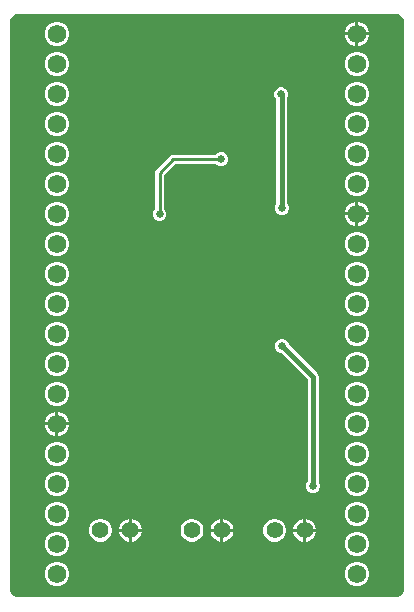
<source format=gtl>
G04*
G04 #@! TF.GenerationSoftware,Altium Limited,Altium Designer,21.5.1 (32)*
G04*
G04 Layer_Physical_Order=1*
G04 Layer_Color=255*
%FSLAX25Y25*%
%MOIN*%
G70*
G04*
G04 #@! TF.SameCoordinates,B44AFF20-6257-4841-829A-698601589143*
G04*
G04*
G04 #@! TF.FilePolarity,Positive*
G04*
G01*
G75*
%ADD12C,0.01000*%
%ADD15C,0.01600*%
%ADD16C,0.05551*%
%ADD17C,0.06142*%
%ADD18C,0.05000*%
%ADD19C,0.02600*%
G36*
X129921Y195627D02*
X130623Y195534D01*
X131278Y195263D01*
X131840Y194832D01*
X132271Y194270D01*
X132542Y193616D01*
X132635Y192913D01*
X132638D01*
Y3937D01*
X132635D01*
X132542Y3235D01*
X132271Y2580D01*
X131840Y2018D01*
X131278Y1587D01*
X130623Y1316D01*
X129921Y1224D01*
Y1220D01*
X3937D01*
Y1224D01*
X3235Y1316D01*
X2580Y1587D01*
X2018Y2018D01*
X1587Y2580D01*
X1316Y3235D01*
X1224Y3937D01*
X1220D01*
X1220Y3937D01*
Y192913D01*
X1224D01*
X1316Y193616D01*
X1587Y194270D01*
X2018Y194832D01*
X2580Y195263D01*
X3235Y195534D01*
X3937Y195627D01*
X3937D01*
Y195630D01*
X129921D01*
Y195627D01*
D02*
G37*
%LPC*%
G36*
X117465Y193126D02*
X117429D01*
Y189555D01*
X121000D01*
Y189591D01*
X120723Y190626D01*
X120187Y191555D01*
X119429Y192313D01*
X118500Y192849D01*
X117465Y193126D01*
D02*
G37*
G36*
X116429D02*
X116393D01*
X115358Y192849D01*
X114430Y192313D01*
X113672Y191555D01*
X113136Y190626D01*
X112858Y189591D01*
Y189555D01*
X116429D01*
Y193126D01*
D02*
G37*
G36*
X121000Y188555D02*
X117429D01*
Y184984D01*
X117465D01*
X118500Y185262D01*
X119429Y185798D01*
X120187Y186556D01*
X120723Y187484D01*
X121000Y188519D01*
Y188555D01*
D02*
G37*
G36*
X116429D02*
X112858D01*
Y188519D01*
X113136Y187484D01*
X113672Y186556D01*
X114430Y185798D01*
X115358Y185262D01*
X116393Y184984D01*
X116429D01*
Y188555D01*
D02*
G37*
G36*
X17465Y193126D02*
X16393D01*
X15358Y192849D01*
X14430Y192313D01*
X13672Y191555D01*
X13136Y190626D01*
X12858Y189591D01*
Y188519D01*
X13136Y187484D01*
X13672Y186556D01*
X14430Y185798D01*
X15358Y185262D01*
X16393Y184984D01*
X17465D01*
X18500Y185262D01*
X19429Y185798D01*
X20187Y186556D01*
X20723Y187484D01*
X21000Y188519D01*
Y189591D01*
X20723Y190626D01*
X20187Y191555D01*
X19429Y192313D01*
X18500Y192849D01*
X17465Y193126D01*
D02*
G37*
G36*
X117465Y183126D02*
X116393D01*
X115358Y182849D01*
X114430Y182313D01*
X113672Y181555D01*
X113136Y180626D01*
X112858Y179591D01*
Y178519D01*
X113136Y177484D01*
X113672Y176556D01*
X114430Y175798D01*
X115358Y175262D01*
X116393Y174984D01*
X117465D01*
X118500Y175262D01*
X119429Y175798D01*
X120187Y176556D01*
X120723Y177484D01*
X121000Y178519D01*
Y179591D01*
X120723Y180626D01*
X120187Y181555D01*
X119429Y182313D01*
X118500Y182849D01*
X117465Y183126D01*
D02*
G37*
G36*
X17465D02*
X16393D01*
X15358Y182849D01*
X14430Y182313D01*
X13672Y181555D01*
X13136Y180626D01*
X12858Y179591D01*
Y178519D01*
X13136Y177484D01*
X13672Y176556D01*
X14430Y175798D01*
X15358Y175262D01*
X16393Y174984D01*
X17465D01*
X18500Y175262D01*
X19429Y175798D01*
X20187Y176556D01*
X20723Y177484D01*
X21000Y178519D01*
Y179591D01*
X20723Y180626D01*
X20187Y181555D01*
X19429Y182313D01*
X18500Y182849D01*
X17465Y183126D01*
D02*
G37*
G36*
X117465Y173126D02*
X116393D01*
X115358Y172849D01*
X114430Y172313D01*
X113672Y171555D01*
X113136Y170626D01*
X112858Y169591D01*
Y168519D01*
X113136Y167484D01*
X113672Y166556D01*
X114430Y165798D01*
X115358Y165262D01*
X116393Y164984D01*
X117465D01*
X118500Y165262D01*
X119429Y165798D01*
X120187Y166556D01*
X120723Y167484D01*
X121000Y168519D01*
Y169591D01*
X120723Y170626D01*
X120187Y171555D01*
X119429Y172313D01*
X118500Y172849D01*
X117465Y173126D01*
D02*
G37*
G36*
X17465D02*
X16393D01*
X15358Y172849D01*
X14430Y172313D01*
X13672Y171555D01*
X13136Y170626D01*
X12858Y169591D01*
Y168519D01*
X13136Y167484D01*
X13672Y166556D01*
X14430Y165798D01*
X15358Y165262D01*
X16393Y164984D01*
X17465D01*
X18500Y165262D01*
X19429Y165798D01*
X20187Y166556D01*
X20723Y167484D01*
X21000Y168519D01*
Y169591D01*
X20723Y170626D01*
X20187Y171555D01*
X19429Y172313D01*
X18500Y172849D01*
X17465Y173126D01*
D02*
G37*
G36*
X117465Y163126D02*
X116393D01*
X115358Y162849D01*
X114430Y162313D01*
X113672Y161555D01*
X113136Y160626D01*
X112858Y159591D01*
Y158519D01*
X113136Y157484D01*
X113672Y156555D01*
X114430Y155798D01*
X115358Y155262D01*
X116393Y154984D01*
X117465D01*
X118500Y155262D01*
X119429Y155798D01*
X120187Y156555D01*
X120723Y157484D01*
X121000Y158519D01*
Y159591D01*
X120723Y160626D01*
X120187Y161555D01*
X119429Y162313D01*
X118500Y162849D01*
X117465Y163126D01*
D02*
G37*
G36*
X17465D02*
X16393D01*
X15358Y162849D01*
X14430Y162313D01*
X13672Y161555D01*
X13136Y160626D01*
X12858Y159591D01*
Y158519D01*
X13136Y157484D01*
X13672Y156555D01*
X14430Y155798D01*
X15358Y155262D01*
X16393Y154984D01*
X17465D01*
X18500Y155262D01*
X19429Y155798D01*
X20187Y156555D01*
X20723Y157484D01*
X21000Y158519D01*
Y159591D01*
X20723Y160626D01*
X20187Y161555D01*
X19429Y162313D01*
X18500Y162849D01*
X17465Y163126D01*
D02*
G37*
G36*
X117465Y153126D02*
X116393D01*
X115358Y152849D01*
X114430Y152313D01*
X113672Y151555D01*
X113136Y150626D01*
X112858Y149591D01*
Y148519D01*
X113136Y147484D01*
X113672Y146555D01*
X114430Y145798D01*
X115358Y145262D01*
X116393Y144984D01*
X117465D01*
X118500Y145262D01*
X119429Y145798D01*
X120187Y146555D01*
X120723Y147484D01*
X121000Y148519D01*
Y149591D01*
X120723Y150626D01*
X120187Y151555D01*
X119429Y152313D01*
X118500Y152849D01*
X117465Y153126D01*
D02*
G37*
G36*
X17465D02*
X16393D01*
X15358Y152849D01*
X14430Y152313D01*
X13672Y151555D01*
X13136Y150626D01*
X12858Y149591D01*
Y148519D01*
X13136Y147484D01*
X13672Y146555D01*
X14430Y145798D01*
X15358Y145262D01*
X16393Y144984D01*
X17465D01*
X18500Y145262D01*
X19429Y145798D01*
X20187Y146555D01*
X20723Y147484D01*
X21000Y148519D01*
Y149591D01*
X20723Y150626D01*
X20187Y151555D01*
X19429Y152313D01*
X18500Y152849D01*
X17465Y153126D01*
D02*
G37*
G36*
X72111Y149544D02*
X71196D01*
X70351Y149194D01*
X69930Y148774D01*
X55618D01*
X55033Y148657D01*
X54537Y148326D01*
X50019Y143807D01*
X49687Y143311D01*
X49571Y142726D01*
Y130623D01*
X49150Y130203D01*
X48800Y129358D01*
Y128443D01*
X49150Y127597D01*
X49797Y126950D01*
X50643Y126600D01*
X51557D01*
X52403Y126950D01*
X53050Y127597D01*
X53400Y128443D01*
Y129358D01*
X53050Y130203D01*
X52629Y130623D01*
Y142093D01*
X56252Y145715D01*
X69930D01*
X70351Y145294D01*
X71196Y144944D01*
X72111D01*
X72956Y145294D01*
X73603Y145941D01*
X73953Y146787D01*
Y147702D01*
X73603Y148547D01*
X72956Y149194D01*
X72111Y149544D01*
D02*
G37*
G36*
X117465Y143126D02*
X116393D01*
X115358Y142849D01*
X114430Y142313D01*
X113672Y141555D01*
X113136Y140626D01*
X112858Y139591D01*
Y138519D01*
X113136Y137484D01*
X113672Y136556D01*
X114430Y135798D01*
X115358Y135262D01*
X116393Y134984D01*
X117465D01*
X118500Y135262D01*
X119429Y135798D01*
X120187Y136556D01*
X120723Y137484D01*
X121000Y138519D01*
Y139591D01*
X120723Y140626D01*
X120187Y141555D01*
X119429Y142313D01*
X118500Y142849D01*
X117465Y143126D01*
D02*
G37*
G36*
X17465D02*
X16393D01*
X15358Y142849D01*
X14430Y142313D01*
X13672Y141555D01*
X13136Y140626D01*
X12858Y139591D01*
Y138519D01*
X13136Y137484D01*
X13672Y136556D01*
X14430Y135798D01*
X15358Y135262D01*
X16393Y134984D01*
X17465D01*
X18500Y135262D01*
X19429Y135798D01*
X20187Y136556D01*
X20723Y137484D01*
X21000Y138519D01*
Y139591D01*
X20723Y140626D01*
X20187Y141555D01*
X19429Y142313D01*
X18500Y142849D01*
X17465Y143126D01*
D02*
G37*
G36*
X117465Y133126D02*
X117429D01*
Y129555D01*
X121000D01*
Y129591D01*
X120723Y130626D01*
X120187Y131555D01*
X119429Y132313D01*
X118500Y132849D01*
X117465Y133126D01*
D02*
G37*
G36*
X116429D02*
X116393D01*
X115358Y132849D01*
X114430Y132313D01*
X113672Y131555D01*
X113136Y130626D01*
X112858Y129591D01*
Y129555D01*
X116429D01*
Y133126D01*
D02*
G37*
G36*
X92190Y171198D02*
X91275D01*
X90429Y170847D01*
X89782Y170201D01*
X89432Y169355D01*
Y168440D01*
X89782Y167595D01*
X89968Y167409D01*
Y132347D01*
X89924Y132303D01*
X89574Y131457D01*
Y130543D01*
X89924Y129697D01*
X90571Y129050D01*
X91417Y128700D01*
X92331D01*
X93177Y129050D01*
X93824Y129697D01*
X94174Y130543D01*
Y131457D01*
X93824Y132303D01*
X93638Y132488D01*
Y167551D01*
X93682Y167595D01*
X94032Y168440D01*
Y169355D01*
X93682Y170201D01*
X93035Y170847D01*
X92190Y171198D01*
D02*
G37*
G36*
X121000Y128555D02*
X117429D01*
Y124984D01*
X117465D01*
X118500Y125262D01*
X119429Y125798D01*
X120187Y126556D01*
X120723Y127484D01*
X121000Y128519D01*
Y128555D01*
D02*
G37*
G36*
X116429D02*
X112858D01*
Y128519D01*
X113136Y127484D01*
X113672Y126556D01*
X114430Y125798D01*
X115358Y125262D01*
X116393Y124984D01*
X116429D01*
Y128555D01*
D02*
G37*
G36*
X17465Y133126D02*
X16393D01*
X15358Y132849D01*
X14430Y132313D01*
X13672Y131555D01*
X13136Y130626D01*
X12858Y129591D01*
Y128519D01*
X13136Y127484D01*
X13672Y126556D01*
X14430Y125798D01*
X15358Y125262D01*
X16393Y124984D01*
X17465D01*
X18500Y125262D01*
X19429Y125798D01*
X20187Y126556D01*
X20723Y127484D01*
X21000Y128519D01*
Y129591D01*
X20723Y130626D01*
X20187Y131555D01*
X19429Y132313D01*
X18500Y132849D01*
X17465Y133126D01*
D02*
G37*
G36*
X117465Y123126D02*
X116393D01*
X115358Y122849D01*
X114430Y122313D01*
X113672Y121555D01*
X113136Y120626D01*
X112858Y119591D01*
Y118519D01*
X113136Y117484D01*
X113672Y116556D01*
X114430Y115798D01*
X115358Y115262D01*
X116393Y114984D01*
X117465D01*
X118500Y115262D01*
X119429Y115798D01*
X120187Y116556D01*
X120723Y117484D01*
X121000Y118519D01*
Y119591D01*
X120723Y120626D01*
X120187Y121555D01*
X119429Y122313D01*
X118500Y122849D01*
X117465Y123126D01*
D02*
G37*
G36*
X17465D02*
X16393D01*
X15358Y122849D01*
X14430Y122313D01*
X13672Y121555D01*
X13136Y120626D01*
X12858Y119591D01*
Y118519D01*
X13136Y117484D01*
X13672Y116556D01*
X14430Y115798D01*
X15358Y115262D01*
X16393Y114984D01*
X17465D01*
X18500Y115262D01*
X19429Y115798D01*
X20187Y116556D01*
X20723Y117484D01*
X21000Y118519D01*
Y119591D01*
X20723Y120626D01*
X20187Y121555D01*
X19429Y122313D01*
X18500Y122849D01*
X17465Y123126D01*
D02*
G37*
G36*
X117465Y113126D02*
X116393D01*
X115358Y112849D01*
X114430Y112313D01*
X113672Y111555D01*
X113136Y110626D01*
X112858Y109591D01*
Y108519D01*
X113136Y107484D01*
X113672Y106555D01*
X114430Y105798D01*
X115358Y105262D01*
X116393Y104984D01*
X117465D01*
X118500Y105262D01*
X119429Y105798D01*
X120187Y106555D01*
X120723Y107484D01*
X121000Y108519D01*
Y109591D01*
X120723Y110626D01*
X120187Y111555D01*
X119429Y112313D01*
X118500Y112849D01*
X117465Y113126D01*
D02*
G37*
G36*
X17465D02*
X16393D01*
X15358Y112849D01*
X14430Y112313D01*
X13672Y111555D01*
X13136Y110626D01*
X12858Y109591D01*
Y108519D01*
X13136Y107484D01*
X13672Y106555D01*
X14430Y105798D01*
X15358Y105262D01*
X16393Y104984D01*
X17465D01*
X18500Y105262D01*
X19429Y105798D01*
X20187Y106555D01*
X20723Y107484D01*
X21000Y108519D01*
Y109591D01*
X20723Y110626D01*
X20187Y111555D01*
X19429Y112313D01*
X18500Y112849D01*
X17465Y113126D01*
D02*
G37*
G36*
X117465Y103126D02*
X116393D01*
X115358Y102849D01*
X114430Y102313D01*
X113672Y101555D01*
X113136Y100626D01*
X112858Y99591D01*
Y98519D01*
X113136Y97484D01*
X113672Y96556D01*
X114430Y95798D01*
X115358Y95262D01*
X116393Y94984D01*
X117465D01*
X118500Y95262D01*
X119429Y95798D01*
X120187Y96556D01*
X120723Y97484D01*
X121000Y98519D01*
Y99591D01*
X120723Y100626D01*
X120187Y101555D01*
X119429Y102313D01*
X118500Y102849D01*
X117465Y103126D01*
D02*
G37*
G36*
X17465D02*
X16393D01*
X15358Y102849D01*
X14430Y102313D01*
X13672Y101555D01*
X13136Y100626D01*
X12858Y99591D01*
Y98519D01*
X13136Y97484D01*
X13672Y96556D01*
X14430Y95798D01*
X15358Y95262D01*
X16393Y94984D01*
X17465D01*
X18500Y95262D01*
X19429Y95798D01*
X20187Y96556D01*
X20723Y97484D01*
X21000Y98519D01*
Y99591D01*
X20723Y100626D01*
X20187Y101555D01*
X19429Y102313D01*
X18500Y102849D01*
X17465Y103126D01*
D02*
G37*
G36*
X117465Y93126D02*
X116393D01*
X115358Y92849D01*
X114430Y92313D01*
X113672Y91555D01*
X113136Y90626D01*
X112858Y89591D01*
Y88519D01*
X113136Y87484D01*
X113672Y86556D01*
X114430Y85798D01*
X115358Y85262D01*
X116393Y84984D01*
X117465D01*
X118500Y85262D01*
X119429Y85798D01*
X120187Y86556D01*
X120723Y87484D01*
X121000Y88519D01*
Y89591D01*
X120723Y90626D01*
X120187Y91555D01*
X119429Y92313D01*
X118500Y92849D01*
X117465Y93126D01*
D02*
G37*
G36*
X17465D02*
X16393D01*
X15358Y92849D01*
X14430Y92313D01*
X13672Y91555D01*
X13136Y90626D01*
X12858Y89591D01*
Y88519D01*
X13136Y87484D01*
X13672Y86556D01*
X14430Y85798D01*
X15358Y85262D01*
X16393Y84984D01*
X17465D01*
X18500Y85262D01*
X19429Y85798D01*
X20187Y86556D01*
X20723Y87484D01*
X21000Y88519D01*
Y89591D01*
X20723Y90626D01*
X20187Y91555D01*
X19429Y92313D01*
X18500Y92849D01*
X17465Y93126D01*
D02*
G37*
G36*
X117465Y83126D02*
X116393D01*
X115358Y82849D01*
X114430Y82313D01*
X113672Y81555D01*
X113136Y80626D01*
X112858Y79591D01*
Y78519D01*
X113136Y77484D01*
X113672Y76556D01*
X114430Y75798D01*
X115358Y75262D01*
X116393Y74984D01*
X117465D01*
X118500Y75262D01*
X119429Y75798D01*
X120187Y76556D01*
X120723Y77484D01*
X121000Y78519D01*
Y79591D01*
X120723Y80626D01*
X120187Y81555D01*
X119429Y82313D01*
X118500Y82849D01*
X117465Y83126D01*
D02*
G37*
G36*
X17465D02*
X16393D01*
X15358Y82849D01*
X14430Y82313D01*
X13672Y81555D01*
X13136Y80626D01*
X12858Y79591D01*
Y78519D01*
X13136Y77484D01*
X13672Y76556D01*
X14430Y75798D01*
X15358Y75262D01*
X16393Y74984D01*
X17465D01*
X18500Y75262D01*
X19429Y75798D01*
X20187Y76556D01*
X20723Y77484D01*
X21000Y78519D01*
Y79591D01*
X20723Y80626D01*
X20187Y81555D01*
X19429Y82313D01*
X18500Y82849D01*
X17465Y83126D01*
D02*
G37*
G36*
X117465Y73126D02*
X116393D01*
X115358Y72849D01*
X114430Y72313D01*
X113672Y71555D01*
X113136Y70626D01*
X112858Y69591D01*
Y68519D01*
X113136Y67484D01*
X113672Y66556D01*
X114430Y65798D01*
X115358Y65262D01*
X116393Y64984D01*
X117465D01*
X118500Y65262D01*
X119429Y65798D01*
X120187Y66556D01*
X120723Y67484D01*
X121000Y68519D01*
Y69591D01*
X120723Y70626D01*
X120187Y71555D01*
X119429Y72313D01*
X118500Y72849D01*
X117465Y73126D01*
D02*
G37*
G36*
X17465D02*
X16393D01*
X15358Y72849D01*
X14430Y72313D01*
X13672Y71555D01*
X13136Y70626D01*
X12858Y69591D01*
Y68519D01*
X13136Y67484D01*
X13672Y66556D01*
X14430Y65798D01*
X15358Y65262D01*
X16393Y64984D01*
X17465D01*
X18500Y65262D01*
X19429Y65798D01*
X20187Y66556D01*
X20723Y67484D01*
X21000Y68519D01*
Y69591D01*
X20723Y70626D01*
X20187Y71555D01*
X19429Y72313D01*
X18500Y72849D01*
X17465Y73126D01*
D02*
G37*
G36*
Y63126D02*
X17429D01*
Y59555D01*
X21000D01*
Y59591D01*
X20723Y60626D01*
X20187Y61555D01*
X19429Y62313D01*
X18500Y62849D01*
X17465Y63126D01*
D02*
G37*
G36*
X16429D02*
X16393D01*
X15358Y62849D01*
X14430Y62313D01*
X13672Y61555D01*
X13136Y60626D01*
X12858Y59591D01*
Y59555D01*
X16429D01*
Y63126D01*
D02*
G37*
G36*
X117465D02*
X116393D01*
X115358Y62849D01*
X114430Y62313D01*
X113672Y61555D01*
X113136Y60626D01*
X112858Y59591D01*
Y58519D01*
X113136Y57484D01*
X113672Y56556D01*
X114430Y55798D01*
X115358Y55262D01*
X116393Y54984D01*
X117465D01*
X118500Y55262D01*
X119429Y55798D01*
X120187Y56556D01*
X120723Y57484D01*
X121000Y58519D01*
Y59591D01*
X120723Y60626D01*
X120187Y61555D01*
X119429Y62313D01*
X118500Y62849D01*
X117465Y63126D01*
D02*
G37*
G36*
X21000Y58555D02*
X17429D01*
Y54984D01*
X17465D01*
X18500Y55262D01*
X19429Y55798D01*
X20187Y56556D01*
X20723Y57484D01*
X21000Y58519D01*
Y58555D01*
D02*
G37*
G36*
X16429D02*
X12858D01*
Y58519D01*
X13136Y57484D01*
X13672Y56556D01*
X14430Y55798D01*
X15358Y55262D01*
X16393Y54984D01*
X16429D01*
Y58555D01*
D02*
G37*
G36*
X117465Y53126D02*
X116393D01*
X115358Y52849D01*
X114430Y52313D01*
X113672Y51555D01*
X113136Y50626D01*
X112858Y49591D01*
Y48519D01*
X113136Y47484D01*
X113672Y46556D01*
X114430Y45798D01*
X115358Y45262D01*
X116393Y44984D01*
X117465D01*
X118500Y45262D01*
X119429Y45798D01*
X120187Y46556D01*
X120723Y47484D01*
X121000Y48519D01*
Y49591D01*
X120723Y50626D01*
X120187Y51555D01*
X119429Y52313D01*
X118500Y52849D01*
X117465Y53126D01*
D02*
G37*
G36*
X17465D02*
X16393D01*
X15358Y52849D01*
X14430Y52313D01*
X13672Y51555D01*
X13136Y50626D01*
X12858Y49591D01*
Y48519D01*
X13136Y47484D01*
X13672Y46556D01*
X14430Y45798D01*
X15358Y45262D01*
X16393Y44984D01*
X17465D01*
X18500Y45262D01*
X19429Y45798D01*
X20187Y46556D01*
X20723Y47484D01*
X21000Y48519D01*
Y49591D01*
X20723Y50626D01*
X20187Y51555D01*
X19429Y52313D01*
X18500Y52849D01*
X17465Y53126D01*
D02*
G37*
G36*
X92357Y87400D02*
X91443D01*
X90597Y87050D01*
X89950Y86403D01*
X89600Y85558D01*
Y84642D01*
X89950Y83797D01*
X90597Y83150D01*
X91443Y82800D01*
X91770D01*
X100527Y74043D01*
Y39803D01*
X100412Y39689D01*
X100062Y38843D01*
Y37928D01*
X100412Y37083D01*
X101059Y36436D01*
X101905Y36086D01*
X102820D01*
X103665Y36436D01*
X104312Y37083D01*
X104662Y37928D01*
Y38843D01*
X104312Y39689D01*
X104198Y39803D01*
Y74803D01*
X104058Y75506D01*
X103926Y75703D01*
X103660Y76101D01*
X94198Y85563D01*
X93850Y86403D01*
X93203Y87050D01*
X92357Y87400D01*
D02*
G37*
G36*
X117465Y43126D02*
X116393D01*
X115358Y42849D01*
X114430Y42313D01*
X113672Y41555D01*
X113136Y40626D01*
X112858Y39591D01*
Y38519D01*
X113136Y37484D01*
X113672Y36555D01*
X114430Y35798D01*
X115358Y35262D01*
X116393Y34984D01*
X117465D01*
X118500Y35262D01*
X119429Y35798D01*
X120187Y36555D01*
X120723Y37484D01*
X121000Y38519D01*
Y39591D01*
X120723Y40626D01*
X120187Y41555D01*
X119429Y42313D01*
X118500Y42849D01*
X117465Y43126D01*
D02*
G37*
G36*
X17465D02*
X16393D01*
X15358Y42849D01*
X14430Y42313D01*
X13672Y41555D01*
X13136Y40626D01*
X12858Y39591D01*
Y38519D01*
X13136Y37484D01*
X13672Y36555D01*
X14430Y35798D01*
X15358Y35262D01*
X16393Y34984D01*
X17465D01*
X18500Y35262D01*
X19429Y35798D01*
X20187Y36555D01*
X20723Y37484D01*
X21000Y38519D01*
Y39591D01*
X20723Y40626D01*
X20187Y41555D01*
X19429Y42313D01*
X18500Y42849D01*
X17465Y43126D01*
D02*
G37*
G36*
X117465Y33126D02*
X116393D01*
X115358Y32849D01*
X114430Y32313D01*
X113672Y31555D01*
X113136Y30626D01*
X112858Y29591D01*
Y28519D01*
X113136Y27484D01*
X113672Y26555D01*
X114430Y25798D01*
X115358Y25262D01*
X116393Y24984D01*
X117465D01*
X118500Y25262D01*
X119429Y25798D01*
X120187Y26555D01*
X120723Y27484D01*
X121000Y28519D01*
Y29591D01*
X120723Y30626D01*
X120187Y31555D01*
X119429Y32313D01*
X118500Y32849D01*
X117465Y33126D01*
D02*
G37*
G36*
X17465D02*
X16393D01*
X15358Y32849D01*
X14430Y32313D01*
X13672Y31555D01*
X13136Y30626D01*
X12858Y29591D01*
Y28519D01*
X13136Y27484D01*
X13672Y26555D01*
X14430Y25798D01*
X15358Y25262D01*
X16393Y24984D01*
X17465D01*
X18500Y25262D01*
X19429Y25798D01*
X20187Y26555D01*
X20723Y27484D01*
X21000Y28519D01*
Y29591D01*
X20723Y30626D01*
X20187Y31555D01*
X19429Y32313D01*
X18500Y32849D01*
X17465Y33126D01*
D02*
G37*
G36*
X41917Y27397D02*
Y24122D01*
X45192D01*
X44936Y25079D01*
X44438Y25940D01*
X43736Y26643D01*
X42875Y27140D01*
X41917Y27397D01*
D02*
G37*
G36*
X72429Y27397D02*
Y24122D01*
X75704D01*
X75447Y25079D01*
X74950Y25940D01*
X74247Y26643D01*
X73387Y27140D01*
X72429Y27397D01*
D02*
G37*
G36*
X99988D02*
Y24122D01*
X103263D01*
X103006Y25079D01*
X102509Y25940D01*
X101806Y26643D01*
X100945Y27140D01*
X99988Y27397D01*
D02*
G37*
G36*
X98988Y27397D02*
X98031Y27140D01*
X97170Y26643D01*
X96467Y25940D01*
X95970Y25079D01*
X95713Y24122D01*
X98988D01*
Y27397D01*
D02*
G37*
G36*
X71429D02*
X70472Y27140D01*
X69611Y26643D01*
X68908Y25940D01*
X68411Y25079D01*
X68154Y24122D01*
X71429D01*
Y27397D01*
D02*
G37*
G36*
X40917Y27397D02*
X39960Y27140D01*
X39099Y26643D01*
X38396Y25940D01*
X37899Y25079D01*
X37642Y24122D01*
X40917D01*
Y27397D01*
D02*
G37*
G36*
X45192Y23122D02*
X41917D01*
Y19847D01*
X42875Y20104D01*
X43736Y20601D01*
X44438Y21304D01*
X44936Y22165D01*
X45192Y23122D01*
D02*
G37*
G36*
X98988D02*
X95713D01*
X95970Y22165D01*
X96467Y21304D01*
X97170Y20601D01*
X98031Y20104D01*
X98988Y19847D01*
Y23122D01*
D02*
G37*
G36*
X71429D02*
X68154D01*
X68411Y22165D01*
X68908Y21304D01*
X69611Y20601D01*
X70472Y20104D01*
X71429Y19847D01*
Y23122D01*
D02*
G37*
G36*
X75704D02*
X72429D01*
Y19847D01*
X73387Y20104D01*
X74247Y20601D01*
X74950Y21304D01*
X75447Y22165D01*
X75704Y23122D01*
D02*
G37*
G36*
X103263D02*
X99988D01*
Y19847D01*
X100945Y20104D01*
X101806Y20601D01*
X102509Y21304D01*
X103006Y22165D01*
X103263Y23122D01*
D02*
G37*
G36*
X40917D02*
X37642D01*
X37899Y22165D01*
X38396Y21304D01*
X39099Y20601D01*
X39960Y20104D01*
X40917Y19847D01*
Y23122D01*
D02*
G37*
G36*
X89985Y27398D02*
X88991D01*
X88031Y27140D01*
X87170Y26643D01*
X86467Y25940D01*
X85970Y25079D01*
X85713Y24119D01*
Y23125D01*
X85970Y22165D01*
X86467Y21304D01*
X87170Y20601D01*
X88031Y20104D01*
X88991Y19847D01*
X89985D01*
X90946Y20104D01*
X91807Y20601D01*
X92509Y21304D01*
X93006Y22165D01*
X93264Y23125D01*
Y24119D01*
X93006Y25079D01*
X92509Y25940D01*
X91807Y26643D01*
X90946Y27140D01*
X89985Y27398D01*
D02*
G37*
G36*
X62426D02*
X61432D01*
X60472Y27140D01*
X59611Y26643D01*
X58908Y25940D01*
X58411Y25079D01*
X58153Y24119D01*
Y23125D01*
X58411Y22165D01*
X58908Y21304D01*
X59611Y20601D01*
X60472Y20104D01*
X61432Y19847D01*
X62426D01*
X63386Y20104D01*
X64247Y20601D01*
X64950Y21304D01*
X65447Y22165D01*
X65705Y23125D01*
Y24119D01*
X65447Y25079D01*
X64950Y25940D01*
X64247Y26643D01*
X63386Y27140D01*
X62426Y27398D01*
D02*
G37*
G36*
X31914D02*
X30920D01*
X29960Y27140D01*
X29099Y26643D01*
X28396Y25940D01*
X27899Y25079D01*
X27642Y24119D01*
Y23125D01*
X27899Y22165D01*
X28396Y21304D01*
X29099Y20601D01*
X29960Y20104D01*
X30920Y19847D01*
X31914D01*
X32875Y20104D01*
X33736Y20601D01*
X34438Y21304D01*
X34936Y22165D01*
X35193Y23125D01*
Y24119D01*
X34936Y25079D01*
X34438Y25940D01*
X33736Y26643D01*
X32875Y27140D01*
X31914Y27398D01*
D02*
G37*
G36*
X117465Y23126D02*
X116393D01*
X115358Y22849D01*
X114430Y22313D01*
X113672Y21555D01*
X113136Y20626D01*
X112858Y19591D01*
Y18519D01*
X113136Y17484D01*
X113672Y16556D01*
X114430Y15798D01*
X115358Y15262D01*
X116393Y14984D01*
X117465D01*
X118500Y15262D01*
X119429Y15798D01*
X120187Y16556D01*
X120723Y17484D01*
X121000Y18519D01*
Y19591D01*
X120723Y20626D01*
X120187Y21555D01*
X119429Y22313D01*
X118500Y22849D01*
X117465Y23126D01*
D02*
G37*
G36*
X17465D02*
X16393D01*
X15358Y22849D01*
X14430Y22313D01*
X13672Y21555D01*
X13136Y20626D01*
X12858Y19591D01*
Y18519D01*
X13136Y17484D01*
X13672Y16556D01*
X14430Y15798D01*
X15358Y15262D01*
X16393Y14984D01*
X17465D01*
X18500Y15262D01*
X19429Y15798D01*
X20187Y16556D01*
X20723Y17484D01*
X21000Y18519D01*
Y19591D01*
X20723Y20626D01*
X20187Y21555D01*
X19429Y22313D01*
X18500Y22849D01*
X17465Y23126D01*
D02*
G37*
G36*
X117465Y13126D02*
X116393D01*
X115358Y12849D01*
X114430Y12313D01*
X113672Y11555D01*
X113136Y10626D01*
X112858Y9591D01*
Y8519D01*
X113136Y7484D01*
X113672Y6555D01*
X114430Y5798D01*
X115358Y5262D01*
X116393Y4984D01*
X117465D01*
X118500Y5262D01*
X119429Y5798D01*
X120187Y6555D01*
X120723Y7484D01*
X121000Y8519D01*
Y9591D01*
X120723Y10626D01*
X120187Y11555D01*
X119429Y12313D01*
X118500Y12849D01*
X117465Y13126D01*
D02*
G37*
G36*
X17465D02*
X16393D01*
X15358Y12849D01*
X14430Y12313D01*
X13672Y11555D01*
X13136Y10626D01*
X12858Y9591D01*
Y8519D01*
X13136Y7484D01*
X13672Y6555D01*
X14430Y5798D01*
X15358Y5262D01*
X16393Y4984D01*
X17465D01*
X18500Y5262D01*
X19429Y5798D01*
X20187Y6555D01*
X20723Y7484D01*
X21000Y8519D01*
Y9591D01*
X20723Y10626D01*
X20187Y11555D01*
X19429Y12313D01*
X18500Y12849D01*
X17465Y13126D01*
D02*
G37*
%LPD*%
D12*
X51100Y128900D02*
Y142726D01*
X55618Y147244D01*
X71653D01*
D15*
X91900Y85100D02*
X92065D01*
X102362Y74803D01*
Y38386D02*
Y74803D01*
X91803Y131071D02*
X91874Y131000D01*
X91732Y168898D02*
X91803Y168827D01*
Y131071D02*
Y168827D01*
D16*
X31417Y23622D02*
D03*
X41417D02*
D03*
X99488D02*
D03*
X89488D02*
D03*
X71929D02*
D03*
X61929D02*
D03*
D17*
X116929Y9055D02*
D03*
Y19055D02*
D03*
Y29055D02*
D03*
Y39055D02*
D03*
Y49055D02*
D03*
Y59055D02*
D03*
Y69055D02*
D03*
Y79055D02*
D03*
Y89055D02*
D03*
Y99055D02*
D03*
Y109055D02*
D03*
Y119055D02*
D03*
Y129055D02*
D03*
Y139055D02*
D03*
Y149055D02*
D03*
Y159055D02*
D03*
Y169055D02*
D03*
Y179055D02*
D03*
Y189055D02*
D03*
X16929Y19055D02*
D03*
Y29055D02*
D03*
Y39055D02*
D03*
Y49055D02*
D03*
Y59055D02*
D03*
Y69055D02*
D03*
Y79055D02*
D03*
Y89055D02*
D03*
Y99055D02*
D03*
Y109055D02*
D03*
Y119055D02*
D03*
Y129055D02*
D03*
Y139055D02*
D03*
Y149055D02*
D03*
Y159055D02*
D03*
Y169055D02*
D03*
Y9055D02*
D03*
Y179055D02*
D03*
Y189055D02*
D03*
D18*
X82731Y145760D02*
D03*
X102362Y149606D02*
D03*
X70866Y78740D02*
D03*
X98740Y183465D02*
D03*
X108740Y163465D02*
D03*
X98740Y103465D02*
D03*
X108740Y83465D02*
D03*
Y43465D02*
D03*
X78740Y103465D02*
D03*
Y63465D02*
D03*
X58740Y103465D02*
D03*
X38740Y183465D02*
D03*
X48740Y163465D02*
D03*
X38740Y143465D02*
D03*
Y103465D02*
D03*
X48740Y83465D02*
D03*
X38740Y63465D02*
D03*
X48740Y43465D02*
D03*
X28740Y163465D02*
D03*
Y123465D02*
D03*
Y83465D02*
D03*
D19*
X51100Y128900D02*
D03*
X91900Y85100D02*
D03*
X91732Y168898D02*
D03*
X102362Y38386D02*
D03*
X91874Y131000D02*
D03*
X71653Y147244D02*
D03*
M02*

</source>
